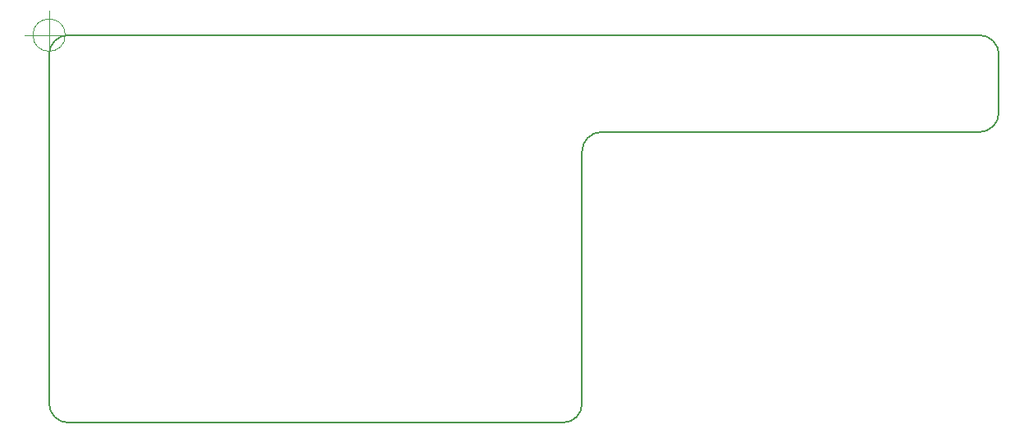
<source format=gbr>
%TF.GenerationSoftware,KiCad,Pcbnew,(6.0.1)*%
%TF.CreationDate,2023-01-23T14:34:39-05:00*%
%TF.ProjectId,blu_model_m,626c755f-6d6f-4646-956c-5f6d2e6b6963,rev?*%
%TF.SameCoordinates,PX2719c40PY3fe56c0*%
%TF.FileFunction,Profile,NP*%
%FSLAX46Y46*%
G04 Gerber Fmt 4.6, Leading zero omitted, Abs format (unit mm)*
G04 Created by KiCad (PCBNEW (6.0.1)) date 2023-01-23 14:34:39*
%MOMM*%
%LPD*%
G01*
G04 APERTURE LIST*
%TA.AperFunction,Profile*%
%ADD10C,0.100000*%
%TD*%
%TA.AperFunction,Profile*%
%ADD11C,0.200000*%
%TD*%
G04 APERTURE END LIST*
D10*
X1666666Y0D02*
G75*
G03*
X1666666Y0I-1666666J0D01*
G01*
X-2500000Y0D02*
X2500000Y0D01*
X0Y2500000D02*
X0Y-2500000D01*
D11*
X53000000Y-39999999D02*
G75*
G03*
X55000000Y-38000000I1J1999999D01*
G01*
X2000000Y-40000000D02*
X53000000Y-40000000D01*
X1Y-38000000D02*
G75*
G03*
X2000000Y-40000000I1999999J-1D01*
G01*
X57000000Y-10000001D02*
G75*
G03*
X55000000Y-12000000I-1J-1999999D01*
G01*
X55000000Y-12000000D02*
X55000000Y-38000000D01*
X96000000Y-10000000D02*
X57000000Y-10000000D01*
X98000000Y-8000000D02*
X98000000Y-2000000D01*
X97999999Y-2000000D02*
G75*
G03*
X96000000Y0I-1999999J1D01*
G01*
X96000000Y-9999999D02*
G75*
G03*
X98000000Y-8000000I1J1999999D01*
G01*
X2000000Y-1D02*
G75*
G03*
X0Y-2000000I-1J-1999999D01*
G01*
X96000000Y0D02*
X2000000Y0D01*
X0Y-2000000D02*
X0Y-38000000D01*
M02*

</source>
